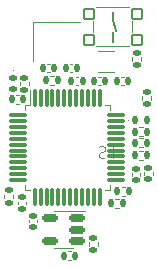
<source format=gbo>
G04 #@! TF.GenerationSoftware,KiCad,Pcbnew,(7.0.0-0)*
G04 #@! TF.CreationDate,2024-02-07T16:44:52+08:00*
G04 #@! TF.ProjectId,SWDProgrammer,53574450-726f-4677-9261-6d6d65722e6b,rev?*
G04 #@! TF.SameCoordinates,Original*
G04 #@! TF.FileFunction,Legend,Bot*
G04 #@! TF.FilePolarity,Positive*
%FSLAX46Y46*%
G04 Gerber Fmt 4.6, Leading zero omitted, Abs format (unit mm)*
G04 Created by KiCad (PCBNEW (7.0.0-0)) date 2024-02-07 16:44:52*
%MOMM*%
%LPD*%
G01*
G04 APERTURE LIST*
G04 Aperture macros list*
%AMRoundRect*
0 Rectangle with rounded corners*
0 $1 Rounding radius*
0 $2 $3 $4 $5 $6 $7 $8 $9 X,Y pos of 4 corners*
0 Add a 4 corners polygon primitive as box body*
4,1,4,$2,$3,$4,$5,$6,$7,$8,$9,$2,$3,0*
0 Add four circle primitives for the rounded corners*
1,1,$1+$1,$2,$3*
1,1,$1+$1,$4,$5*
1,1,$1+$1,$6,$7*
1,1,$1+$1,$8,$9*
0 Add four rect primitives between the rounded corners*
20,1,$1+$1,$2,$3,$4,$5,0*
20,1,$1+$1,$4,$5,$6,$7,0*
20,1,$1+$1,$6,$7,$8,$9,0*
20,1,$1+$1,$8,$9,$2,$3,0*%
%AMHorizOval*
0 Thick line with rounded ends*
0 $1 width*
0 $2 $3 position (X,Y) of the first rounded end (center of the circle)*
0 $4 $5 position (X,Y) of the second rounded end (center of the circle)*
0 Add line between two ends*
20,1,$1,$2,$3,$4,$5,0*
0 Add two circle primitives to create the rounded ends*
1,1,$1,$2,$3*
1,1,$1,$4,$5*%
%AMRotRect*
0 Rectangle, with rotation*
0 The origin of the aperture is its center*
0 $1 length*
0 $2 width*
0 $3 Rotation angle, in degrees counterclockwise*
0 Add horizontal line*
21,1,$1,$2,0,0,$3*%
G04 Aperture macros list end*
%ADD10C,0.150000*%
%ADD11C,0.100000*%
%ADD12C,0.120000*%
%ADD13RoundRect,0.140000X-0.170000X0.140000X-0.170000X-0.140000X0.170000X-0.140000X0.170000X0.140000X0*%
%ADD14RoundRect,0.100000X-0.400000X-0.400000X0.400000X-0.400000X0.400000X0.400000X-0.400000X0.400000X0*%
%ADD15RoundRect,0.140000X0.140000X0.170000X-0.140000X0.170000X-0.140000X-0.170000X0.140000X-0.170000X0*%
%ADD16RoundRect,0.135000X0.185000X-0.135000X0.185000X0.135000X-0.185000X0.135000X-0.185000X-0.135000X0*%
%ADD17R,1.000000X1.800000*%
%ADD18RoundRect,0.135000X0.135000X0.185000X-0.135000X0.185000X-0.135000X-0.185000X0.135000X-0.185000X0*%
%ADD19RoundRect,0.150000X0.512500X0.150000X-0.512500X0.150000X-0.512500X-0.150000X0.512500X-0.150000X0*%
%ADD20RoundRect,0.135000X-0.185000X0.135000X-0.185000X-0.135000X0.185000X-0.135000X0.185000X0.135000X0*%
%ADD21RoundRect,0.140000X0.170000X-0.140000X0.170000X0.140000X-0.170000X0.140000X-0.170000X-0.140000X0*%
%ADD22RoundRect,0.147500X-0.172500X0.147500X-0.172500X-0.147500X0.172500X-0.147500X0.172500X0.147500X0*%
%ADD23RoundRect,0.075000X-0.075000X0.662500X-0.075000X-0.662500X0.075000X-0.662500X0.075000X0.662500X0*%
%ADD24RoundRect,0.075000X-0.662500X0.075000X-0.662500X-0.075000X0.662500X-0.075000X0.662500X0.075000X0*%
%ADD25RoundRect,0.135000X-0.135000X-0.185000X0.135000X-0.185000X0.135000X0.185000X-0.135000X0.185000X0*%
%ADD26RoundRect,0.140000X-0.140000X-0.170000X0.140000X-0.170000X0.140000X0.170000X-0.140000X0.170000X0*%
%ADD27RotRect,0.540000X0.800000X58.000000*%
%ADD28RotRect,0.300000X0.800000X58.000000*%
%ADD29HorizOval,1.000000X-0.508829X0.317952X0.508829X-0.317952X0*%
%ADD30HorizOval,1.000000X-0.339219X0.211968X0.339219X-0.211968X0*%
%ADD31R,1.400000X1.200000*%
%ADD32RoundRect,0.147500X-0.147500X-0.172500X0.147500X-0.172500X0.147500X0.172500X-0.147500X0.172500X0*%
%ADD33RotRect,0.540000X0.800000X98.000000*%
%ADD34RotRect,0.300000X0.800000X98.000000*%
%ADD35HorizOval,1.000000X0.594161X0.083504X-0.594161X-0.083504X0*%
%ADD36HorizOval,1.000000X0.396107X0.055669X-0.396107X-0.055669X0*%
G04 APERTURE END LIST*
D10*
X146350000Y-52400000D02*
X146350000Y-53100000D01*
X146350000Y-54100000D02*
X146350000Y-54950000D01*
X146350000Y-53100000D02*
X146650000Y-54000000D01*
D11*
X145138095Y-63830238D02*
X145280952Y-63782619D01*
X145280952Y-63782619D02*
X145519047Y-63782619D01*
X145519047Y-63782619D02*
X145614285Y-63830238D01*
X145614285Y-63830238D02*
X145661904Y-63877857D01*
X145661904Y-63877857D02*
X145709523Y-63973095D01*
X145709523Y-63973095D02*
X145709523Y-64068333D01*
X145709523Y-64068333D02*
X145661904Y-64163571D01*
X145661904Y-64163571D02*
X145614285Y-64211190D01*
X145614285Y-64211190D02*
X145519047Y-64258809D01*
X145519047Y-64258809D02*
X145328571Y-64306428D01*
X145328571Y-64306428D02*
X145233333Y-64354047D01*
X145233333Y-64354047D02*
X145185714Y-64401666D01*
X145185714Y-64401666D02*
X145138095Y-64496904D01*
X145138095Y-64496904D02*
X145138095Y-64592142D01*
X145138095Y-64592142D02*
X145185714Y-64687380D01*
X145185714Y-64687380D02*
X145233333Y-64735000D01*
X145233333Y-64735000D02*
X145328571Y-64782619D01*
X145328571Y-64782619D02*
X145566666Y-64782619D01*
X145566666Y-64782619D02*
X145709523Y-64735000D01*
X146661904Y-63782619D02*
X146090476Y-63782619D01*
X146376190Y-63782619D02*
X146376190Y-64782619D01*
X146376190Y-64782619D02*
X146280952Y-64639761D01*
X146280952Y-64639761D02*
X146185714Y-64544523D01*
X146185714Y-64544523D02*
X146090476Y-64496904D01*
D12*
X149710000Y-65972164D02*
X149710000Y-66187836D01*
X148990000Y-65972164D02*
X148990000Y-66187836D01*
D11*
X144700000Y-54150000D02*
X144700000Y-53150000D01*
X144950000Y-52000000D02*
X147750000Y-52000000D01*
X144950000Y-55300000D02*
X147750000Y-55300000D01*
X148000000Y-54150000D02*
X148000000Y-53150000D01*
D12*
X147257836Y-58610000D02*
X147042164Y-58610000D01*
X147257836Y-57890000D02*
X147042164Y-57890000D01*
X137170000Y-68193642D02*
X137170000Y-67886360D01*
X137930000Y-68193642D02*
X137930000Y-67886360D01*
X145125000Y-55725000D02*
X146475000Y-55725000D01*
X145125000Y-57475000D02*
X146475000Y-57475000D01*
X147388362Y-67968413D02*
X147081080Y-67968413D01*
X147388362Y-67208413D02*
X147081080Y-67208413D01*
X142150000Y-72410000D02*
X142950000Y-72410000D01*
X142150000Y-72410000D02*
X141350000Y-72410000D01*
X142150000Y-69290000D02*
X143950000Y-69290000D01*
X142150000Y-69290000D02*
X141350000Y-69290000D01*
X145080000Y-71906359D02*
X145080000Y-72213641D01*
X144320000Y-71906359D02*
X144320000Y-72213641D01*
X142927599Y-57520534D02*
X142711927Y-57520534D01*
X142927599Y-56800534D02*
X142711927Y-56800534D01*
X138290000Y-68707836D02*
X138290000Y-68492164D01*
X139010000Y-68707836D02*
X139010000Y-68492164D01*
X143407836Y-58610000D02*
X143192164Y-58610000D01*
X143407836Y-57890000D02*
X143192164Y-57890000D01*
D11*
X137925000Y-57385000D02*
G75*
G03*
X137925000Y-57385000I-50000J0D01*
G01*
D12*
X139240000Y-70237836D02*
X139240000Y-70022164D01*
X139960000Y-70237836D02*
X139960000Y-70022164D01*
X145302550Y-58628919D02*
X145086878Y-58628919D01*
X145302550Y-57908919D02*
X145086878Y-57908919D01*
X146097500Y-60290000D02*
X145647500Y-60290000D01*
X139327500Y-60290000D02*
X139327500Y-59000000D01*
X138877500Y-60290000D02*
X139327500Y-60290000D01*
X146097500Y-60740000D02*
X146097500Y-60290000D01*
X138877500Y-60740000D02*
X138877500Y-60290000D01*
X146097500Y-67060000D02*
X146097500Y-67510000D01*
X138877500Y-67060000D02*
X138877500Y-67510000D01*
X146097500Y-67510000D02*
X145647500Y-67510000D01*
X138877500Y-67510000D02*
X139327500Y-67510000D01*
X148556358Y-62170000D02*
X148863640Y-62170000D01*
X148556358Y-62930000D02*
X148863640Y-62930000D01*
X138167164Y-59465000D02*
X138382836Y-59465000D01*
X138167164Y-60185000D02*
X138382836Y-60185000D01*
X148660000Y-66072164D02*
X148660000Y-66287836D01*
X147940000Y-66072164D02*
X147940000Y-66287836D01*
X139600000Y-53250000D02*
X143600000Y-53250000D01*
X139600000Y-56550000D02*
X139600000Y-53250000D01*
X142592164Y-72690000D02*
X142807836Y-72690000D01*
X142592164Y-73410000D02*
X142807836Y-73410000D01*
D11*
X147695000Y-61600000D02*
G75*
G03*
X147695000Y-61600000I-50000J0D01*
G01*
D12*
X140812164Y-56790000D02*
X141027836Y-56790000D01*
X140812164Y-57510000D02*
X141027836Y-57510000D01*
X139230000Y-58321359D02*
X139230000Y-58628641D01*
X138470000Y-58321359D02*
X138470000Y-58628641D01*
X147970000Y-56563640D02*
X147970000Y-56256358D01*
X148730000Y-56563640D02*
X148730000Y-56256358D01*
X148903641Y-64930000D02*
X148596359Y-64930000D01*
X148903641Y-64170000D02*
X148596359Y-64170000D01*
X148903641Y-63880000D02*
X148596359Y-63880000D01*
X148903641Y-63120000D02*
X148596359Y-63120000D01*
X146531891Y-68218922D02*
X146839173Y-68218922D01*
X146531891Y-68978922D02*
X146839173Y-68978922D01*
X141353641Y-58580000D02*
X141046359Y-58580000D01*
X141353641Y-57820000D02*
X141046359Y-57820000D01*
X148820000Y-59853641D02*
X148820000Y-59546359D01*
X149580000Y-59853641D02*
X149580000Y-59546359D01*
%LPC*%
D13*
X149350000Y-65600000D03*
X149350000Y-66560000D03*
D14*
X144350000Y-54750000D03*
X148350000Y-54750000D03*
X144350000Y-52550000D03*
X148350000Y-52550000D03*
D15*
X147630000Y-58250000D03*
X146670000Y-58250000D03*
D16*
X137550000Y-68550001D03*
X137550000Y-67530001D03*
D17*
X147049999Y-56599999D03*
X144549999Y-56599999D03*
D18*
X147744721Y-67588413D03*
X146724721Y-67588413D03*
D19*
X143287500Y-69900000D03*
X143287500Y-70850000D03*
X143287500Y-71800000D03*
X141012500Y-71800000D03*
X141012500Y-69900000D03*
D20*
X144700000Y-71550000D03*
X144700000Y-72570000D03*
D15*
X143299763Y-57160534D03*
X142339763Y-57160534D03*
D21*
X138650000Y-69080000D03*
X138650000Y-68120000D03*
D15*
X143780000Y-58250000D03*
X142820000Y-58250000D03*
D22*
X137875000Y-57990000D03*
X137875000Y-58960000D03*
D21*
X139600000Y-70610000D03*
X139600000Y-69650000D03*
D15*
X145674714Y-58268919D03*
X144714714Y-58268919D03*
D23*
X139737500Y-59737500D03*
X140237500Y-59737500D03*
X140737500Y-59737500D03*
X141237500Y-59737500D03*
X141737500Y-59737500D03*
X142237500Y-59737500D03*
X142737500Y-59737500D03*
X143237500Y-59737500D03*
X143737500Y-59737500D03*
X144237500Y-59737500D03*
X144737500Y-59737500D03*
X145237500Y-59737500D03*
D24*
X146650000Y-61150000D03*
X146650000Y-61650000D03*
X146650000Y-62150000D03*
X146650000Y-62650000D03*
X146650000Y-63150000D03*
X146650000Y-63650000D03*
X146650000Y-64150000D03*
X146650000Y-64650000D03*
X146650000Y-65150000D03*
X146650000Y-65650000D03*
X146650000Y-66150000D03*
X146650000Y-66650000D03*
D23*
X145237500Y-68062500D03*
X144737500Y-68062500D03*
X144237500Y-68062500D03*
X143737500Y-68062500D03*
X143237500Y-68062500D03*
X142737500Y-68062500D03*
X142237500Y-68062500D03*
X141737500Y-68062500D03*
X141237500Y-68062500D03*
X140737500Y-68062500D03*
X140237500Y-68062500D03*
X139737500Y-68062500D03*
D24*
X138325000Y-66650000D03*
X138325000Y-66150000D03*
X138325000Y-65650000D03*
X138325000Y-65150000D03*
X138325000Y-64650000D03*
X138325000Y-64150000D03*
X138325000Y-63650000D03*
X138325000Y-63150000D03*
X138325000Y-62650000D03*
X138325000Y-62150000D03*
X138325000Y-61650000D03*
X138325000Y-61150000D03*
D25*
X148199999Y-62550000D03*
X149219999Y-62550000D03*
D26*
X137795000Y-59825000D03*
X138755000Y-59825000D03*
D27*
X145589689Y-73510425D03*
X148981172Y-68082918D03*
X146013624Y-72831987D03*
X148557236Y-68761356D03*
D28*
X147947829Y-69736611D03*
X147417910Y-70584660D03*
X147152950Y-71008684D03*
X146623031Y-71856732D03*
X146358071Y-72280756D03*
X146887991Y-71432708D03*
X147682870Y-70160635D03*
X148217028Y-69305803D03*
D29*
X148316797Y-78015415D03*
X154225715Y-68559170D03*
D30*
X151003291Y-66545222D03*
X145094215Y-76001721D03*
D13*
X148300000Y-65700000D03*
X148300000Y-66660000D03*
D31*
X140499999Y-54049999D03*
X142699999Y-54049999D03*
X142699999Y-55749999D03*
X140499999Y-55749999D03*
D26*
X142220000Y-73050000D03*
X143180000Y-73050000D03*
D32*
X148250000Y-61600000D03*
X149220000Y-61600000D03*
D26*
X140440000Y-57150000D03*
X141400000Y-57150000D03*
D20*
X138850000Y-57965000D03*
X138850000Y-58985000D03*
D16*
X148350000Y-56919999D03*
X148350000Y-55899999D03*
D33*
X150596342Y-60382177D03*
X149705634Y-54044462D03*
X150485003Y-59589963D03*
X149816972Y-54836676D03*
D34*
X149977021Y-55975484D03*
X150116194Y-56965753D03*
X150185781Y-57460887D03*
X150324954Y-58451155D03*
X150394541Y-58946289D03*
X150255367Y-57956021D03*
X150046608Y-56470619D03*
X149906321Y-55472428D03*
D35*
X155581179Y-62080248D03*
X154029316Y-51038164D03*
D36*
X150266255Y-51566725D03*
X151818161Y-62609105D03*
D18*
X149260000Y-64550000D03*
X148240000Y-64550000D03*
X149260000Y-63500000D03*
X148240000Y-63500000D03*
D25*
X146175532Y-68598922D03*
X147195532Y-68598922D03*
D18*
X141710000Y-58200000D03*
X140690000Y-58200000D03*
D16*
X149200000Y-60210000D03*
X149200000Y-59190000D03*
M02*

</source>
